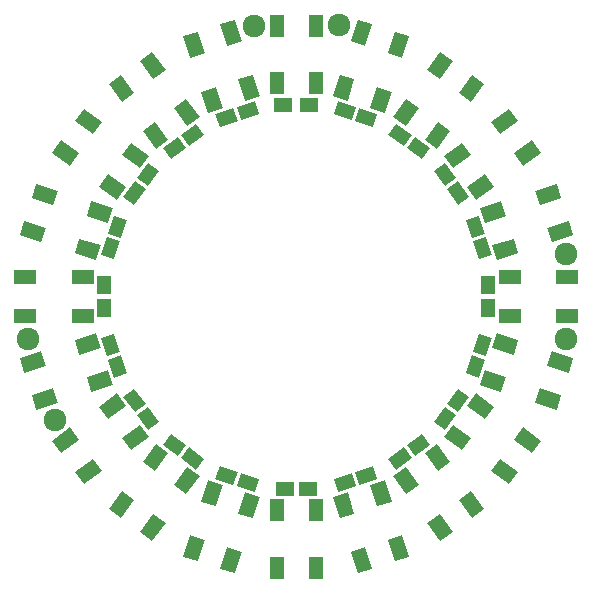
<source format=gts>
G04 #@! TF.FileFunction,Soldermask,Top*
%FSLAX46Y46*%
G04 Gerber Fmt 4.6, Leading zero omitted, Abs format (unit mm)*
G04 Created by KiCad (PCBNEW 4.0.1-stable) date 2/4/2016 5:51:54 PM*
%MOMM*%
G01*
G04 APERTURE LIST*
%ADD10C,0.100000*%
%ADD11R,1.150000X1.600000*%
%ADD12R,1.600000X1.150000*%
%ADD13C,1.924000*%
%ADD14R,1.600000X1.300000*%
%ADD15R,1.300000X1.900000*%
%ADD16R,1.900000X1.300000*%
G04 APERTURE END LIST*
D10*
G36*
X181177966Y-59556078D02*
X181533336Y-58462363D01*
X183055026Y-58956790D01*
X182699656Y-60050505D01*
X181177966Y-59556078D01*
X181177966Y-59556078D01*
G37*
G36*
X182984974Y-60143210D02*
X183340344Y-59049495D01*
X184862034Y-59543922D01*
X184506664Y-60637637D01*
X182984974Y-60143210D01*
X182984974Y-60143210D01*
G37*
G36*
X185796244Y-61286561D02*
X186472197Y-60356191D01*
X187766624Y-61296647D01*
X187090671Y-62227017D01*
X185796244Y-61286561D01*
X185796244Y-61286561D01*
G37*
G36*
X187333376Y-62403353D02*
X188009329Y-61472983D01*
X189303756Y-62413439D01*
X188627803Y-63343809D01*
X187333376Y-62403353D01*
X187333376Y-62403353D01*
G37*
G36*
X189656191Y-64372197D02*
X190586561Y-63696244D01*
X191527017Y-64990671D01*
X190596647Y-65666624D01*
X189656191Y-64372197D01*
X189656191Y-64372197D01*
G37*
G36*
X190772983Y-65909329D02*
X191703353Y-65233376D01*
X192643809Y-66527803D01*
X191713439Y-67203756D01*
X190772983Y-65909329D01*
X190772983Y-65909329D01*
G37*
G36*
X192362363Y-68493336D02*
X193456078Y-68137966D01*
X193950505Y-69659656D01*
X192856790Y-70015026D01*
X192362363Y-68493336D01*
X192362363Y-68493336D01*
G37*
G36*
X192949495Y-70300344D02*
X194043210Y-69944974D01*
X194537637Y-71466664D01*
X193443922Y-71822034D01*
X192949495Y-70300344D01*
X192949495Y-70300344D01*
G37*
D11*
X194250000Y-74050000D03*
X194250000Y-75950000D03*
D10*
G36*
X193443922Y-78177966D02*
X194537637Y-78533336D01*
X194043210Y-80055026D01*
X192949495Y-79699656D01*
X193443922Y-78177966D01*
X193443922Y-78177966D01*
G37*
G36*
X192856790Y-79984974D02*
X193950505Y-80340344D01*
X193456078Y-81862034D01*
X192362363Y-81506664D01*
X192856790Y-79984974D01*
X192856790Y-79984974D01*
G37*
G36*
X191703439Y-82786244D02*
X192633809Y-83462197D01*
X191693353Y-84756624D01*
X190762983Y-84080671D01*
X191703439Y-82786244D01*
X191703439Y-82786244D01*
G37*
G36*
X190586647Y-84323376D02*
X191517017Y-84999329D01*
X190576561Y-86293756D01*
X189646191Y-85617803D01*
X190586647Y-84323376D01*
X190586647Y-84323376D01*
G37*
G36*
X188627803Y-86656191D02*
X189303756Y-87586561D01*
X188009329Y-88527017D01*
X187333376Y-87596647D01*
X188627803Y-86656191D01*
X188627803Y-86656191D01*
G37*
G36*
X187090671Y-87772983D02*
X187766624Y-88703353D01*
X186472197Y-89643809D01*
X185796244Y-88713439D01*
X187090671Y-87772983D01*
X187090671Y-87772983D01*
G37*
G36*
X184506664Y-89362363D02*
X184862034Y-90456078D01*
X183340344Y-90950505D01*
X182984974Y-89856790D01*
X184506664Y-89362363D01*
X184506664Y-89362363D01*
G37*
G36*
X182699656Y-89949495D02*
X183055026Y-91043210D01*
X181533336Y-91537637D01*
X181177966Y-90443922D01*
X182699656Y-89949495D01*
X182699656Y-89949495D01*
G37*
D12*
X178950000Y-91250000D03*
X177050000Y-91250000D03*
D10*
G36*
X174822034Y-90443922D02*
X174466664Y-91537637D01*
X172944974Y-91043210D01*
X173300344Y-89949495D01*
X174822034Y-90443922D01*
X174822034Y-90443922D01*
G37*
G36*
X173015026Y-89856790D02*
X172659656Y-90950505D01*
X171137966Y-90456078D01*
X171493336Y-89362363D01*
X173015026Y-89856790D01*
X173015026Y-89856790D01*
G37*
G36*
X170203756Y-88713439D02*
X169527803Y-89643809D01*
X168233376Y-88703353D01*
X168909329Y-87772983D01*
X170203756Y-88713439D01*
X170203756Y-88713439D01*
G37*
G36*
X168666624Y-87596647D02*
X167990671Y-88527017D01*
X166696244Y-87586561D01*
X167372197Y-86656191D01*
X168666624Y-87596647D01*
X168666624Y-87596647D01*
G37*
G36*
X166343809Y-85627803D02*
X165413439Y-86303756D01*
X164472983Y-85009329D01*
X165403353Y-84333376D01*
X166343809Y-85627803D01*
X166343809Y-85627803D01*
G37*
G36*
X165227017Y-84090671D02*
X164296647Y-84766624D01*
X163356191Y-83472197D01*
X164286561Y-82796244D01*
X165227017Y-84090671D01*
X165227017Y-84090671D01*
G37*
G36*
X163637637Y-81506664D02*
X162543922Y-81862034D01*
X162049495Y-80340344D01*
X163143210Y-79984974D01*
X163637637Y-81506664D01*
X163637637Y-81506664D01*
G37*
G36*
X163050505Y-79699656D02*
X161956790Y-80055026D01*
X161462363Y-78533336D01*
X162556078Y-78177966D01*
X163050505Y-79699656D01*
X163050505Y-79699656D01*
G37*
D11*
X161750000Y-75950000D03*
X161750000Y-74050000D03*
D10*
G36*
X162556078Y-71822034D02*
X161462363Y-71466664D01*
X161956790Y-69944974D01*
X163050505Y-70300344D01*
X162556078Y-71822034D01*
X162556078Y-71822034D01*
G37*
G36*
X163143210Y-70015026D02*
X162049495Y-69659656D01*
X162543922Y-68137966D01*
X163637637Y-68493336D01*
X163143210Y-70015026D01*
X163143210Y-70015026D01*
G37*
G36*
X164286561Y-67203756D02*
X163356191Y-66527803D01*
X164296647Y-65233376D01*
X165227017Y-65909329D01*
X164286561Y-67203756D01*
X164286561Y-67203756D01*
G37*
G36*
X165403353Y-65666624D02*
X164472983Y-64990671D01*
X165413439Y-63696244D01*
X166343809Y-64372197D01*
X165403353Y-65666624D01*
X165403353Y-65666624D01*
G37*
G36*
X167372197Y-63343809D02*
X166696244Y-62413439D01*
X167990671Y-61472983D01*
X168666624Y-62403353D01*
X167372197Y-63343809D01*
X167372197Y-63343809D01*
G37*
G36*
X168909329Y-62227017D02*
X168233376Y-61296647D01*
X169527803Y-60356191D01*
X170203756Y-61286561D01*
X168909329Y-62227017D01*
X168909329Y-62227017D01*
G37*
G36*
X171493336Y-60637637D02*
X171137966Y-59543922D01*
X172659656Y-59049495D01*
X173015026Y-60143210D01*
X171493336Y-60637637D01*
X171493336Y-60637637D01*
G37*
G36*
X173300344Y-60050505D02*
X172944974Y-58956790D01*
X174466664Y-58462363D01*
X174822034Y-59556078D01*
X173300344Y-60050505D01*
X173300344Y-60050505D01*
G37*
D13*
X181640000Y-52020000D03*
X157540000Y-85450000D03*
X155240000Y-78620000D03*
X174390000Y-52080000D03*
X200820000Y-78620000D03*
X200840000Y-71380000D03*
D14*
X176900000Y-58750000D03*
X179100000Y-58750000D03*
D15*
X176350000Y-52050000D03*
X179650000Y-52050000D03*
X176350000Y-56950000D03*
X179650000Y-56950000D03*
D10*
G36*
X183842469Y-53764398D02*
X182606095Y-53362676D01*
X183193227Y-51555668D01*
X184429601Y-51957390D01*
X183842469Y-53764398D01*
X183842469Y-53764398D01*
G37*
G36*
X186980956Y-54784155D02*
X185744582Y-54382433D01*
X186331714Y-52575425D01*
X187568088Y-52977147D01*
X186980956Y-54784155D01*
X186980956Y-54784155D01*
G37*
G36*
X182328286Y-58424575D02*
X181091912Y-58022853D01*
X181679044Y-56215845D01*
X182915418Y-56617567D01*
X182328286Y-58424575D01*
X182328286Y-58424575D01*
G37*
G36*
X185466773Y-59444332D02*
X184230399Y-59042610D01*
X184817531Y-57235602D01*
X186053905Y-57637324D01*
X185466773Y-59444332D01*
X185466773Y-59444332D01*
G37*
G36*
X190122661Y-56618690D02*
X189070939Y-55854569D01*
X190187731Y-54317436D01*
X191239453Y-55081557D01*
X190122661Y-56618690D01*
X190122661Y-56618690D01*
G37*
G36*
X192792417Y-58558381D02*
X191740695Y-57794260D01*
X192857487Y-56257127D01*
X193909209Y-57021248D01*
X192792417Y-58558381D01*
X192792417Y-58558381D01*
G37*
G36*
X187242513Y-60582873D02*
X186190791Y-59818752D01*
X187307583Y-58281619D01*
X188359305Y-59045740D01*
X187242513Y-60582873D01*
X187242513Y-60582873D01*
G37*
G36*
X189912269Y-62522564D02*
X188860547Y-61758443D01*
X189977339Y-60221310D01*
X191029061Y-60985431D01*
X189912269Y-62522564D01*
X189912269Y-62522564D01*
G37*
G36*
X195205740Y-61259305D02*
X194441619Y-60207583D01*
X195978752Y-59090791D01*
X196742873Y-60142513D01*
X195205740Y-61259305D01*
X195205740Y-61259305D01*
G37*
G36*
X197145431Y-63929061D02*
X196381310Y-62877339D01*
X197918443Y-61760547D01*
X198682564Y-62812269D01*
X197145431Y-63929061D01*
X197145431Y-63929061D01*
G37*
G36*
X191241557Y-64139453D02*
X190477436Y-63087731D01*
X192014569Y-61970939D01*
X192778690Y-63022661D01*
X191241557Y-64139453D01*
X191241557Y-64139453D01*
G37*
G36*
X193181248Y-66809209D02*
X192417127Y-65757487D01*
X193954260Y-64640695D01*
X194718381Y-65692417D01*
X193181248Y-66809209D01*
X193181248Y-66809209D01*
G37*
G36*
X198617567Y-67255418D02*
X198215845Y-66019044D01*
X200022853Y-65431912D01*
X200424575Y-66668286D01*
X198617567Y-67255418D01*
X198617567Y-67255418D01*
G37*
G36*
X199637324Y-70393905D02*
X199235602Y-69157531D01*
X201042610Y-68570399D01*
X201444332Y-69806773D01*
X199637324Y-70393905D01*
X199637324Y-70393905D01*
G37*
G36*
X193957390Y-68769601D02*
X193555668Y-67533227D01*
X195362676Y-66946095D01*
X195764398Y-68182469D01*
X193957390Y-68769601D01*
X193957390Y-68769601D01*
G37*
G36*
X194977147Y-71908088D02*
X194575425Y-70671714D01*
X196382433Y-70084582D01*
X196784155Y-71320956D01*
X194977147Y-71908088D01*
X194977147Y-71908088D01*
G37*
D16*
X200950000Y-73350000D03*
X200950000Y-76650000D03*
X196050000Y-73350000D03*
X196050000Y-76650000D03*
D10*
G36*
X199235602Y-80842469D02*
X199637324Y-79606095D01*
X201444332Y-80193227D01*
X201042610Y-81429601D01*
X199235602Y-80842469D01*
X199235602Y-80842469D01*
G37*
G36*
X198215845Y-83980956D02*
X198617567Y-82744582D01*
X200424575Y-83331714D01*
X200022853Y-84568088D01*
X198215845Y-83980956D01*
X198215845Y-83980956D01*
G37*
G36*
X194575425Y-79328286D02*
X194977147Y-78091912D01*
X196784155Y-78679044D01*
X196382433Y-79915418D01*
X194575425Y-79328286D01*
X194575425Y-79328286D01*
G37*
G36*
X193555668Y-82466773D02*
X193957390Y-81230399D01*
X195764398Y-81817531D01*
X195362676Y-83053905D01*
X193555668Y-82466773D01*
X193555668Y-82466773D01*
G37*
G36*
X196381310Y-87122661D02*
X197145431Y-86070939D01*
X198682564Y-87187731D01*
X197918443Y-88239453D01*
X196381310Y-87122661D01*
X196381310Y-87122661D01*
G37*
G36*
X194441619Y-89792417D02*
X195205740Y-88740695D01*
X196742873Y-89857487D01*
X195978752Y-90909209D01*
X194441619Y-89792417D01*
X194441619Y-89792417D01*
G37*
G36*
X192417127Y-84242513D02*
X193181248Y-83190791D01*
X194718381Y-84307583D01*
X193954260Y-85359305D01*
X192417127Y-84242513D01*
X192417127Y-84242513D01*
G37*
G36*
X190477436Y-86912269D02*
X191241557Y-85860547D01*
X192778690Y-86977339D01*
X192014569Y-88029061D01*
X190477436Y-86912269D01*
X190477436Y-86912269D01*
G37*
G36*
X191740695Y-92205740D02*
X192792417Y-91441619D01*
X193909209Y-92978752D01*
X192857487Y-93742873D01*
X191740695Y-92205740D01*
X191740695Y-92205740D01*
G37*
G36*
X189070939Y-94145431D02*
X190122661Y-93381310D01*
X191239453Y-94918443D01*
X190187731Y-95682564D01*
X189070939Y-94145431D01*
X189070939Y-94145431D01*
G37*
G36*
X188860547Y-88241557D02*
X189912269Y-87477436D01*
X191029061Y-89014569D01*
X189977339Y-89778690D01*
X188860547Y-88241557D01*
X188860547Y-88241557D01*
G37*
G36*
X186190791Y-90181248D02*
X187242513Y-89417127D01*
X188359305Y-90954260D01*
X187307583Y-91718381D01*
X186190791Y-90181248D01*
X186190791Y-90181248D01*
G37*
G36*
X185744582Y-95617567D02*
X186980956Y-95215845D01*
X187568088Y-97022853D01*
X186331714Y-97424575D01*
X185744582Y-95617567D01*
X185744582Y-95617567D01*
G37*
G36*
X182606095Y-96637324D02*
X183842469Y-96235602D01*
X184429601Y-98042610D01*
X183193227Y-98444332D01*
X182606095Y-96637324D01*
X182606095Y-96637324D01*
G37*
G36*
X184230399Y-90957390D02*
X185466773Y-90555668D01*
X186053905Y-92362676D01*
X184817531Y-92764398D01*
X184230399Y-90957390D01*
X184230399Y-90957390D01*
G37*
G36*
X181091912Y-91977147D02*
X182328286Y-91575425D01*
X182915418Y-93382433D01*
X181679044Y-93784155D01*
X181091912Y-91977147D01*
X181091912Y-91977147D01*
G37*
D15*
X179650000Y-97950000D03*
X176350000Y-97950000D03*
X179650000Y-93050000D03*
X176350000Y-93050000D03*
D10*
G36*
X172157531Y-96235602D02*
X173393905Y-96637324D01*
X172806773Y-98444332D01*
X171570399Y-98042610D01*
X172157531Y-96235602D01*
X172157531Y-96235602D01*
G37*
G36*
X169019044Y-95215845D02*
X170255418Y-95617567D01*
X169668286Y-97424575D01*
X168431912Y-97022853D01*
X169019044Y-95215845D01*
X169019044Y-95215845D01*
G37*
G36*
X173671714Y-91575425D02*
X174908088Y-91977147D01*
X174320956Y-93784155D01*
X173084582Y-93382433D01*
X173671714Y-91575425D01*
X173671714Y-91575425D01*
G37*
G36*
X170533227Y-90555668D02*
X171769601Y-90957390D01*
X171182469Y-92764398D01*
X169946095Y-92362676D01*
X170533227Y-90555668D01*
X170533227Y-90555668D01*
G37*
G36*
X165877339Y-93381310D02*
X166929061Y-94145431D01*
X165812269Y-95682564D01*
X164760547Y-94918443D01*
X165877339Y-93381310D01*
X165877339Y-93381310D01*
G37*
G36*
X163207583Y-91441619D02*
X164259305Y-92205740D01*
X163142513Y-93742873D01*
X162090791Y-92978752D01*
X163207583Y-91441619D01*
X163207583Y-91441619D01*
G37*
G36*
X168757487Y-89417127D02*
X169809209Y-90181248D01*
X168692417Y-91718381D01*
X167640695Y-90954260D01*
X168757487Y-89417127D01*
X168757487Y-89417127D01*
G37*
G36*
X166087731Y-87477436D02*
X167139453Y-88241557D01*
X166022661Y-89778690D01*
X164970939Y-89014569D01*
X166087731Y-87477436D01*
X166087731Y-87477436D01*
G37*
G36*
X160794260Y-88740695D02*
X161558381Y-89792417D01*
X160021248Y-90909209D01*
X159257127Y-89857487D01*
X160794260Y-88740695D01*
X160794260Y-88740695D01*
G37*
G36*
X158854569Y-86070939D02*
X159618690Y-87122661D01*
X158081557Y-88239453D01*
X157317436Y-87187731D01*
X158854569Y-86070939D01*
X158854569Y-86070939D01*
G37*
G36*
X164758443Y-85860547D02*
X165522564Y-86912269D01*
X163985431Y-88029061D01*
X163221310Y-86977339D01*
X164758443Y-85860547D01*
X164758443Y-85860547D01*
G37*
G36*
X162818752Y-83190791D02*
X163582873Y-84242513D01*
X162045740Y-85359305D01*
X161281619Y-84307583D01*
X162818752Y-83190791D01*
X162818752Y-83190791D01*
G37*
G36*
X157382433Y-82744582D02*
X157784155Y-83980956D01*
X155977147Y-84568088D01*
X155575425Y-83331714D01*
X157382433Y-82744582D01*
X157382433Y-82744582D01*
G37*
G36*
X156362676Y-79606095D02*
X156764398Y-80842469D01*
X154957390Y-81429601D01*
X154555668Y-80193227D01*
X156362676Y-79606095D01*
X156362676Y-79606095D01*
G37*
G36*
X162042610Y-81230399D02*
X162444332Y-82466773D01*
X160637324Y-83053905D01*
X160235602Y-81817531D01*
X162042610Y-81230399D01*
X162042610Y-81230399D01*
G37*
G36*
X161022853Y-78091912D02*
X161424575Y-79328286D01*
X159617567Y-79915418D01*
X159215845Y-78679044D01*
X161022853Y-78091912D01*
X161022853Y-78091912D01*
G37*
D16*
X155050000Y-76650000D03*
X155050000Y-73350000D03*
X159950000Y-76650000D03*
X159950000Y-73350000D03*
D10*
G36*
X156764398Y-69157531D02*
X156362676Y-70393905D01*
X154555668Y-69806773D01*
X154957390Y-68570399D01*
X156764398Y-69157531D01*
X156764398Y-69157531D01*
G37*
G36*
X157784155Y-66019044D02*
X157382433Y-67255418D01*
X155575425Y-66668286D01*
X155977147Y-65431912D01*
X157784155Y-66019044D01*
X157784155Y-66019044D01*
G37*
G36*
X161424575Y-70671714D02*
X161022853Y-71908088D01*
X159215845Y-71320956D01*
X159617567Y-70084582D01*
X161424575Y-70671714D01*
X161424575Y-70671714D01*
G37*
G36*
X162444332Y-67533227D02*
X162042610Y-68769601D01*
X160235602Y-68182469D01*
X160637324Y-66946095D01*
X162444332Y-67533227D01*
X162444332Y-67533227D01*
G37*
G36*
X159618690Y-62877339D02*
X158854569Y-63929061D01*
X157317436Y-62812269D01*
X158081557Y-61760547D01*
X159618690Y-62877339D01*
X159618690Y-62877339D01*
G37*
G36*
X161558381Y-60207583D02*
X160794260Y-61259305D01*
X159257127Y-60142513D01*
X160021248Y-59090791D01*
X161558381Y-60207583D01*
X161558381Y-60207583D01*
G37*
G36*
X163582873Y-65757487D02*
X162818752Y-66809209D01*
X161281619Y-65692417D01*
X162045740Y-64640695D01*
X163582873Y-65757487D01*
X163582873Y-65757487D01*
G37*
G36*
X165522564Y-63087731D02*
X164758443Y-64139453D01*
X163221310Y-63022661D01*
X163985431Y-61970939D01*
X165522564Y-63087731D01*
X165522564Y-63087731D01*
G37*
G36*
X164259305Y-57794260D02*
X163207583Y-58558381D01*
X162090791Y-57021248D01*
X163142513Y-56257127D01*
X164259305Y-57794260D01*
X164259305Y-57794260D01*
G37*
G36*
X166929061Y-55854569D02*
X165877339Y-56618690D01*
X164760547Y-55081557D01*
X165812269Y-54317436D01*
X166929061Y-55854569D01*
X166929061Y-55854569D01*
G37*
G36*
X167139453Y-61758443D02*
X166087731Y-62522564D01*
X164970939Y-60985431D01*
X166022661Y-60221310D01*
X167139453Y-61758443D01*
X167139453Y-61758443D01*
G37*
G36*
X169809209Y-59818752D02*
X168757487Y-60582873D01*
X167640695Y-59045740D01*
X168692417Y-58281619D01*
X169809209Y-59818752D01*
X169809209Y-59818752D01*
G37*
G36*
X170255418Y-54382433D02*
X169019044Y-54784155D01*
X168431912Y-52977147D01*
X169668286Y-52575425D01*
X170255418Y-54382433D01*
X170255418Y-54382433D01*
G37*
G36*
X173393905Y-53362676D02*
X172157531Y-53764398D01*
X171570399Y-51957390D01*
X172806773Y-51555668D01*
X173393905Y-53362676D01*
X173393905Y-53362676D01*
G37*
G36*
X171769601Y-59042610D02*
X170533227Y-59444332D01*
X169946095Y-57637324D01*
X171182469Y-57235602D01*
X171769601Y-59042610D01*
X171769601Y-59042610D01*
G37*
G36*
X174908088Y-58022853D02*
X173671714Y-58424575D01*
X173084582Y-56617567D01*
X174320956Y-56215845D01*
X174908088Y-58022853D01*
X174908088Y-58022853D01*
G37*
M02*

</source>
